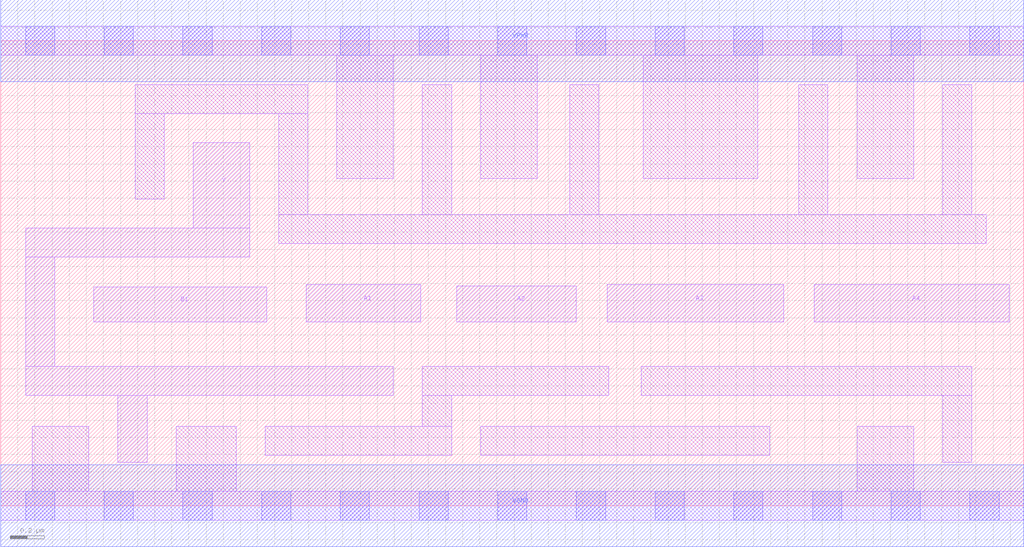
<source format=lef>
# Copyright 2020 The SkyWater PDK Authors
#
# Licensed under the Apache License, Version 2.0 (the "License");
# you may not use this file except in compliance with the License.
# You may obtain a copy of the License at
#
#     https://www.apache.org/licenses/LICENSE-2.0
#
# Unless required by applicable law or agreed to in writing, software
# distributed under the License is distributed on an "AS IS" BASIS,
# WITHOUT WARRANTIES OR CONDITIONS OF ANY KIND, either express or implied.
# See the License for the specific language governing permissions and
# limitations under the License.
#
# SPDX-License-Identifier: Apache-2.0

VERSION 5.7 ;
  NOWIREEXTENSIONATPIN ON ;
  DIVIDERCHAR "/" ;
  BUSBITCHARS "[]" ;
UNITS
  DATABASE MICRONS 200 ;
END UNITS
MACRO sky130_fd_sc_hd__a41oi_2
  CLASS CORE ;
  FOREIGN sky130_fd_sc_hd__a41oi_2 ;
  ORIGIN  0.000000  0.000000 ;
  SIZE  5.980000 BY  2.720000 ;
  SYMMETRY X Y R90 ;
  SITE unithd ;
  PIN A1
    ANTENNAGATEAREA  0.495000 ;
    DIRECTION INPUT ;
    USE SIGNAL ;
    PORT
      LAYER li1 ;
        RECT 1.785000 1.075000 2.455000 1.295000 ;
    END
  END A1
  PIN A2
    ANTENNAGATEAREA  0.495000 ;
    DIRECTION INPUT ;
    USE SIGNAL ;
    PORT
      LAYER li1 ;
        RECT 2.665000 1.075000 3.365000 1.285000 ;
    END
  END A2
  PIN A3
    ANTENNAGATEAREA  0.495000 ;
    DIRECTION INPUT ;
    USE SIGNAL ;
    PORT
      LAYER li1 ;
        RECT 3.545000 1.075000 4.575000 1.295000 ;
    END
  END A3
  PIN A4
    ANTENNAGATEAREA  0.495000 ;
    DIRECTION INPUT ;
    USE SIGNAL ;
    PORT
      LAYER li1 ;
        RECT 4.755000 1.075000 5.895000 1.295000 ;
    END
  END A4
  PIN B1
    ANTENNAGATEAREA  0.495000 ;
    DIRECTION INPUT ;
    USE SIGNAL ;
    PORT
      LAYER li1 ;
        RECT 0.545000 1.075000 1.555000 1.280000 ;
    END
  END B1
  PIN Y
    ANTENNADIFFAREA  0.621000 ;
    DIRECTION OUTPUT ;
    USE SIGNAL ;
    PORT
      LAYER li1 ;
        RECT 0.145000 0.645000 2.295000 0.815000 ;
        RECT 0.145000 0.815000 0.315000 1.455000 ;
        RECT 0.145000 1.455000 1.455000 1.625000 ;
        RECT 0.685000 0.255000 0.855000 0.645000 ;
        RECT 1.125000 1.625000 1.455000 2.125000 ;
    END
  END Y
  PIN VGND
    DIRECTION INOUT ;
    SHAPE ABUTMENT ;
    USE GROUND ;
    PORT
      LAYER met1 ;
        RECT 0.000000 -0.240000 5.980000 0.240000 ;
    END
  END VGND
  PIN VPWR
    DIRECTION INOUT ;
    SHAPE ABUTMENT ;
    USE POWER ;
    PORT
      LAYER met1 ;
        RECT 0.000000 2.480000 5.980000 2.960000 ;
    END
  END VPWR
  OBS
    LAYER li1 ;
      RECT 0.000000 -0.085000 5.980000 0.085000 ;
      RECT 0.000000  2.635000 5.980000 2.805000 ;
      RECT 0.185000  0.085000 0.515000 0.465000 ;
      RECT 0.785000  1.795000 0.955000 2.295000 ;
      RECT 0.785000  2.295000 1.795000 2.465000 ;
      RECT 1.025000  0.085000 1.375000 0.465000 ;
      RECT 1.545000  0.295000 2.635000 0.465000 ;
      RECT 1.625000  1.535000 5.760000 1.705000 ;
      RECT 1.625000  1.705000 1.795000 2.295000 ;
      RECT 1.965000  1.915000 2.295000 2.635000 ;
      RECT 2.465000  0.465000 2.635000 0.645000 ;
      RECT 2.465000  0.645000 3.555000 0.815000 ;
      RECT 2.465000  1.705000 2.635000 2.465000 ;
      RECT 2.805000  0.295000 4.495000 0.465000 ;
      RECT 2.805000  1.915000 3.135000 2.635000 ;
      RECT 3.325000  1.705000 3.495000 2.465000 ;
      RECT 3.745000  0.645000 5.675000 0.815000 ;
      RECT 3.755000  1.915000 4.425000 2.635000 ;
      RECT 4.665000  1.705000 4.835000 2.465000 ;
      RECT 5.005000  0.085000 5.335000 0.465000 ;
      RECT 5.005000  1.915000 5.335000 2.635000 ;
      RECT 5.505000  0.255000 5.675000 0.645000 ;
      RECT 5.505000  1.705000 5.675000 2.465000 ;
    LAYER mcon ;
      RECT 0.145000 -0.085000 0.315000 0.085000 ;
      RECT 0.145000  2.635000 0.315000 2.805000 ;
      RECT 0.605000 -0.085000 0.775000 0.085000 ;
      RECT 0.605000  2.635000 0.775000 2.805000 ;
      RECT 1.065000 -0.085000 1.235000 0.085000 ;
      RECT 1.065000  2.635000 1.235000 2.805000 ;
      RECT 1.525000 -0.085000 1.695000 0.085000 ;
      RECT 1.525000  2.635000 1.695000 2.805000 ;
      RECT 1.985000 -0.085000 2.155000 0.085000 ;
      RECT 1.985000  2.635000 2.155000 2.805000 ;
      RECT 2.445000 -0.085000 2.615000 0.085000 ;
      RECT 2.445000  2.635000 2.615000 2.805000 ;
      RECT 2.905000 -0.085000 3.075000 0.085000 ;
      RECT 2.905000  2.635000 3.075000 2.805000 ;
      RECT 3.365000 -0.085000 3.535000 0.085000 ;
      RECT 3.365000  2.635000 3.535000 2.805000 ;
      RECT 3.825000 -0.085000 3.995000 0.085000 ;
      RECT 3.825000  2.635000 3.995000 2.805000 ;
      RECT 4.285000 -0.085000 4.455000 0.085000 ;
      RECT 4.285000  2.635000 4.455000 2.805000 ;
      RECT 4.745000 -0.085000 4.915000 0.085000 ;
      RECT 4.745000  2.635000 4.915000 2.805000 ;
      RECT 5.205000 -0.085000 5.375000 0.085000 ;
      RECT 5.205000  2.635000 5.375000 2.805000 ;
      RECT 5.665000 -0.085000 5.835000 0.085000 ;
      RECT 5.665000  2.635000 5.835000 2.805000 ;
  END
END sky130_fd_sc_hd__a41oi_2
END LIBRARY

</source>
